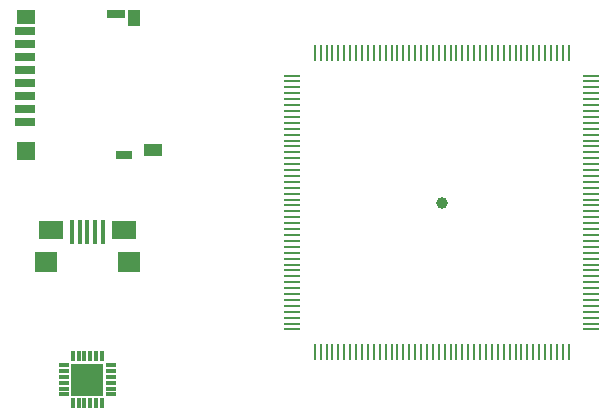
<source format=gbr>
G04 EAGLE Gerber RS-274X export*
G75*
%MOMM*%
%FSLAX34Y34*%
%LPD*%
%INTop Copper*%
%IPPOS*%
%AMOC8*
5,1,8,0,0,1.08239X$1,22.5*%
G01*
%ADD10R,1.750000X0.700000*%
%ADD11R,1.550000X1.000000*%
%ADD12R,1.000000X1.450000*%
%ADD13R,1.500000X1.500000*%
%ADD14R,1.500000X1.300000*%
%ADD15R,1.400000X0.800000*%
%ADD16R,1.500000X0.800000*%
%ADD17R,0.400000X2.000000*%
%ADD18R,2.100000X1.600000*%
%ADD19R,1.900000X1.800000*%
%ADD20R,0.254000X1.371600*%
%ADD21R,1.371600X0.254000*%
%ADD22R,0.863600X0.304800*%
%ADD23R,0.304800X0.863600*%
%ADD24R,2.743200X2.743200*%
%ADD25C,1.000000*%


D10*
X97150Y318000D03*
X97150Y329000D03*
X97150Y340000D03*
X97150Y351000D03*
X97150Y362000D03*
X97150Y373000D03*
X97150Y384000D03*
X97150Y395000D03*
D11*
X205150Y294250D03*
D12*
X189400Y406250D03*
D13*
X98400Y293500D03*
D14*
X98400Y407000D03*
D15*
X180900Y290250D03*
D16*
X174400Y409500D03*
D17*
X137000Y224750D03*
X143500Y224750D03*
X150000Y224750D03*
X156500Y224750D03*
X163000Y224750D03*
D18*
X119000Y226750D03*
X181000Y226750D03*
D19*
X114750Y200000D03*
X185250Y200000D03*
D20*
X342500Y123254D03*
X347500Y123254D03*
X352500Y123254D03*
X357500Y123254D03*
X362500Y123254D03*
X367500Y123254D03*
X372500Y123254D03*
X377500Y123254D03*
X382500Y123254D03*
X387500Y123254D03*
X392500Y123254D03*
X397500Y123254D03*
X402500Y123254D03*
X407500Y123254D03*
X412500Y123254D03*
X417500Y123254D03*
X422500Y123254D03*
X427500Y123254D03*
X432500Y123254D03*
X437500Y123254D03*
X442500Y123254D03*
X447500Y123254D03*
X452500Y123254D03*
X457500Y123254D03*
X462500Y123254D03*
X467500Y123254D03*
X472500Y123254D03*
X477500Y123254D03*
X482500Y123254D03*
X487500Y123254D03*
X492500Y123254D03*
X497500Y123254D03*
X502500Y123254D03*
X507500Y123254D03*
X512500Y123254D03*
X517500Y123254D03*
X522500Y123254D03*
X527500Y123254D03*
X532500Y123254D03*
X537500Y123254D03*
X542500Y123254D03*
X547500Y123254D03*
X552500Y123254D03*
X557500Y123254D03*
D21*
X576746Y142500D03*
X576746Y147500D03*
X576746Y152500D03*
X576746Y157500D03*
X576746Y162500D03*
X576746Y167500D03*
X576746Y172500D03*
X576746Y177500D03*
X576746Y182500D03*
X576746Y187500D03*
X576746Y192500D03*
X576746Y197500D03*
X576746Y202500D03*
X576746Y207500D03*
X576746Y212500D03*
X576746Y217500D03*
X576746Y222500D03*
X576746Y227500D03*
X576746Y232500D03*
X576746Y237500D03*
X576746Y242500D03*
X576746Y247500D03*
X576746Y252500D03*
X576746Y257500D03*
X576746Y262500D03*
X576746Y267500D03*
X576746Y272500D03*
X576746Y277500D03*
X576746Y282500D03*
X576746Y287500D03*
X576746Y292500D03*
X576746Y297500D03*
X576746Y302500D03*
X576746Y307500D03*
X576746Y312500D03*
X576746Y317500D03*
X576746Y322500D03*
X576746Y327500D03*
X576746Y332500D03*
X576746Y337500D03*
X576746Y342500D03*
X576746Y347500D03*
X576746Y352500D03*
X576746Y357500D03*
D20*
X557500Y376746D03*
X552500Y376746D03*
X547500Y376746D03*
X542500Y376746D03*
X537500Y376746D03*
X532500Y376746D03*
X527500Y376746D03*
X522500Y376746D03*
X517500Y376746D03*
X512500Y376746D03*
X507500Y376746D03*
X502500Y376746D03*
X497500Y376746D03*
X492500Y376746D03*
X487500Y376746D03*
X482500Y376746D03*
X477500Y376746D03*
X472500Y376746D03*
X467500Y376746D03*
X462500Y376746D03*
X457500Y376746D03*
X452500Y376746D03*
X447500Y376746D03*
X442500Y376746D03*
X437500Y376746D03*
X432500Y376746D03*
X427500Y376746D03*
X422500Y376746D03*
X417500Y376746D03*
X412500Y376746D03*
X407500Y376746D03*
X402500Y376746D03*
X397500Y376746D03*
X392500Y376746D03*
X387500Y376746D03*
X382500Y376746D03*
X377500Y376746D03*
X372500Y376746D03*
X367500Y376746D03*
X362500Y376746D03*
X357500Y376746D03*
X352500Y376746D03*
X347500Y376746D03*
X342500Y376746D03*
D21*
X323254Y357500D03*
X323254Y352500D03*
X323254Y347500D03*
X323254Y342500D03*
X323254Y337500D03*
X323254Y332500D03*
X323254Y327500D03*
X323254Y322500D03*
X323254Y317500D03*
X323254Y312500D03*
X323254Y307500D03*
X323254Y302500D03*
X323254Y297500D03*
X323254Y292500D03*
X323254Y287500D03*
X323254Y282500D03*
X323254Y277500D03*
X323254Y272500D03*
X323254Y267500D03*
X323254Y262500D03*
X323254Y257500D03*
X323254Y252500D03*
X323254Y247500D03*
X323254Y242500D03*
X323254Y237500D03*
X323254Y232500D03*
X323254Y227500D03*
X323254Y222500D03*
X323254Y217500D03*
X323254Y212500D03*
X323254Y207500D03*
X323254Y202500D03*
X323254Y197500D03*
X323254Y192500D03*
X323254Y187500D03*
X323254Y182500D03*
X323254Y177500D03*
X323254Y172500D03*
X323254Y167500D03*
X323254Y162500D03*
X323254Y157500D03*
X323254Y152500D03*
X323254Y147500D03*
X323254Y142500D03*
D22*
X130315Y112500D03*
X130315Y107500D03*
X130315Y102500D03*
X130315Y97500D03*
X130315Y92500D03*
X130315Y87500D03*
D23*
X137500Y80315D03*
X142500Y80315D03*
X147500Y80315D03*
X152500Y80315D03*
X157500Y80315D03*
X162500Y80315D03*
D22*
X169685Y87500D03*
X169685Y92500D03*
X169685Y97500D03*
X169685Y102500D03*
X169685Y107500D03*
X169685Y112500D03*
D23*
X162500Y119685D03*
X157500Y119685D03*
X152500Y119685D03*
X147500Y119685D03*
X142500Y119685D03*
X137500Y119685D03*
D24*
X150000Y100000D03*
D25*
X450000Y250000D03*
M02*

</source>
